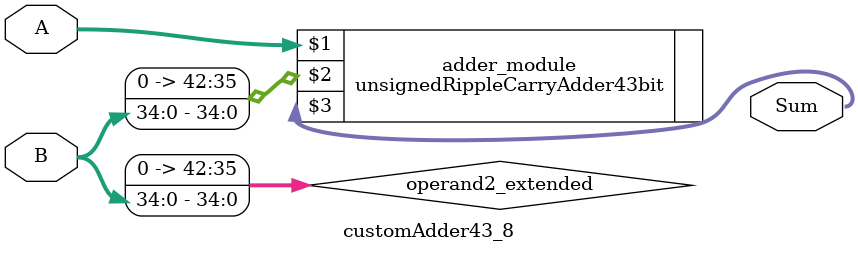
<source format=v>
module customAdder43_8(
                        input [42 : 0] A,
                        input [34 : 0] B,
                        
                        output [43 : 0] Sum
                );

        wire [42 : 0] operand2_extended;
        
        assign operand2_extended =  {8'b0, B};
        
        unsignedRippleCarryAdder43bit adder_module(
            A,
            operand2_extended,
            Sum
        );
        
        endmodule
        
</source>
